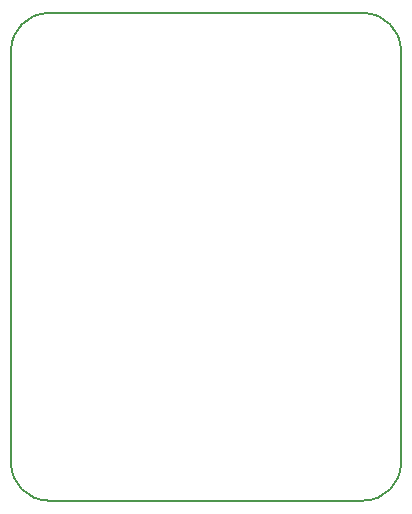
<source format=gbr>
G04 #@! TF.GenerationSoftware,KiCad,Pcbnew,5.0.0*
G04 #@! TF.CreationDate,2018-11-12T22:36:05-05:00*
G04 #@! TF.ProjectId,dot-driver,646F742D6472697665722E6B69636164,rev?*
G04 #@! TF.SameCoordinates,Original*
G04 #@! TF.FileFunction,Profile,NP*
%FSLAX46Y46*%
G04 Gerber Fmt 4.6, Leading zero omitted, Abs format (unit mm)*
G04 Created by KiCad (PCBNEW 5.0.0) date Mon Nov 12 22:36:05 2018*
%MOMM*%
%LPD*%
G01*
G04 APERTURE LIST*
%ADD10C,0.200000*%
G04 APERTURE END LIST*
D10*
X154305000Y-76835000D02*
X127635000Y-76835000D01*
X157480000Y-114935000D02*
X157480000Y-80010000D01*
X127635000Y-118110000D02*
X154305000Y-118110000D01*
X124460000Y-80010000D02*
X124460000Y-114935000D01*
X157480000Y-114935000D02*
G75*
G02X154305000Y-118110000I-3175000J0D01*
G01*
X127635000Y-118110000D02*
G75*
G02X124460000Y-114935000I0J3175000D01*
G01*
X154305000Y-76835000D02*
G75*
G02X157480000Y-80010000I0J-3175000D01*
G01*
X124460000Y-80010000D02*
G75*
G02X127635000Y-76835000I3175000J0D01*
G01*
M02*

</source>
